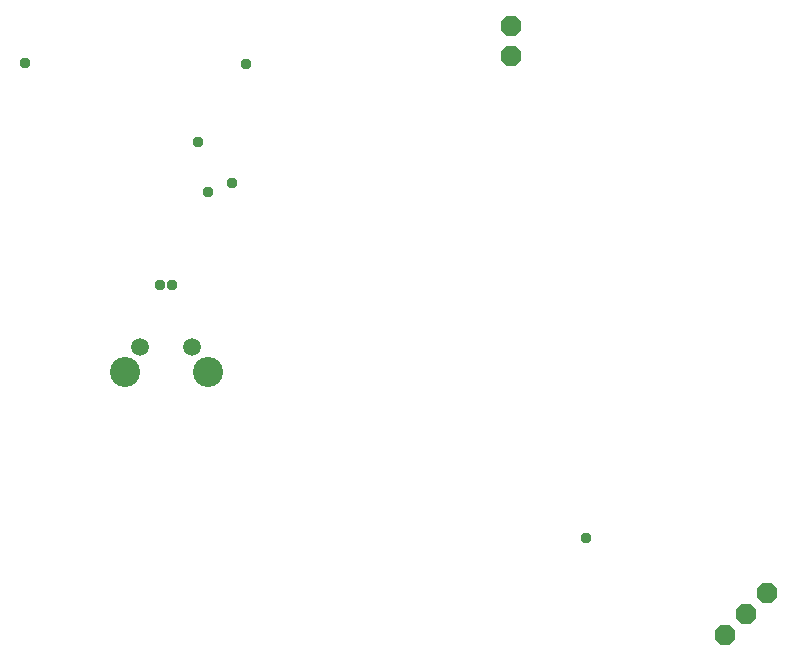
<source format=gbr>
G04 EAGLE Gerber RS-274X export*
G75*
%MOMM*%
%FSLAX34Y34*%
%LPD*%
%INSoldermask Bottom*%
%IPPOS*%
%AMOC8*
5,1,8,0,0,1.08239X$1,22.5*%
G01*
%ADD10P,1.852186X8X67.500000*%
%ADD11C,1.511200*%
%ADD12C,2.551200*%
%ADD13P,1.852186X8X292.500000*%
%ADD14C,0.959600*%


D10*
X969039Y1039D03*
X987000Y19000D03*
X1004961Y36961D03*
D11*
X473750Y245050D03*
X518250Y245050D03*
D12*
X531000Y224050D03*
X461000Y224050D03*
D13*
X788000Y516700D03*
X788000Y491300D03*
D14*
X531114Y376682D03*
X500634Y297942D03*
X490982Y297688D03*
X522732Y418338D03*
X551730Y383623D03*
X851662Y83820D03*
X376174Y485648D03*
X563880Y484886D03*
M02*

</source>
